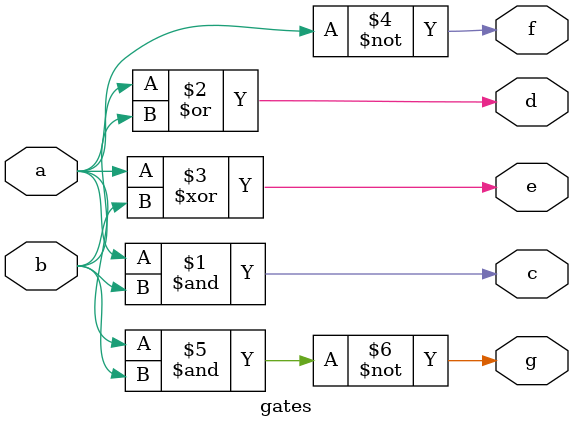
<source format=v>
module gates(a,b,c,d,e,f,g);
  input a;input b;
  output c;
  output d;
  output e;
  output f;
  output g;
  
  assign c = a & b;
  assign d = a | b;
  assign e = a ^ b;
  assign f = ~a;
  assign g = ~ ( a & b );
endmodule
  
  
</source>
